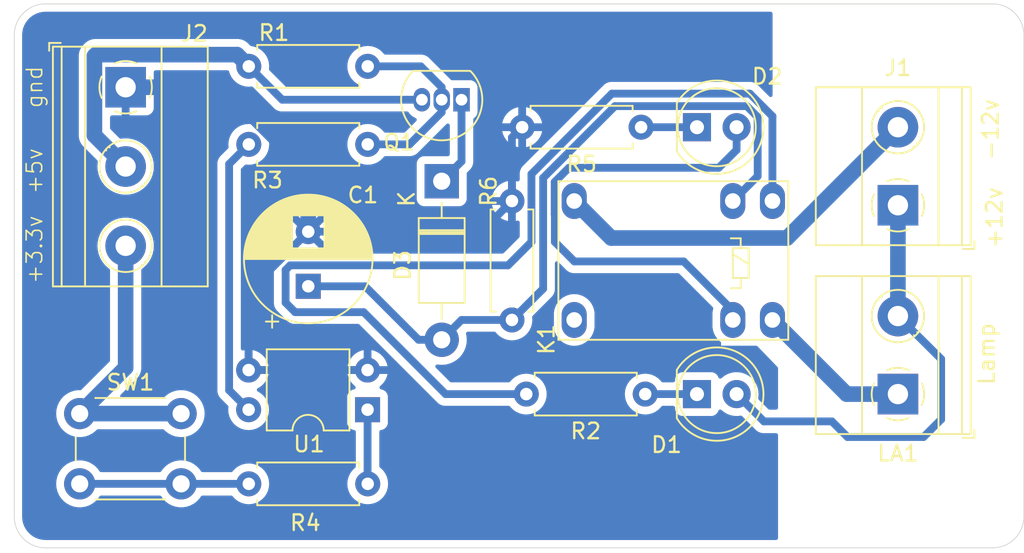
<source format=kicad_pcb>
(kicad_pcb (version 20240108) (generator "pcbnew") (generator_version "8.0")
  (layers (0 "F.Cu" signal) (31 "B.Cu" signal) (34 "B.Paste" user) (35 "F.Paste" user) (36 "B.SilkS" user "B.Silkscreen") (37 "F.SilkS" user "F.Silkscreen") (38 "B.Mask" user) (39 "F.Mask" user) (44 "Edge.Cuts" user))
  (net 0 "")
  (net 1 "GND")
  (net 2 "Net-(D3-A)")
  (net 3 "Net-(D1-K)")
  (net 4 "+12V")
  (net 5 "Net-(D2-A)")
  (net 6 "Net-(D2-K)")
  (net 7 "GNDA")
  (net 8 "+5V")
  (net 9 "+3.3V")
  (net 10 "Net-(LA1--)")
  (net 11 "Net-(K1-Pad7)")
  (net 12 "Net-(Q1-B)")
  (net 13 "Net-(R3-Pad1)")
  (net 14 "Net-(R4-Pad2)")
  (net 15 "Net-(R4-Pad1)")
  (footprint "Resistor_THT:R_Axial_DIN0207_L6.3mm_D2.5mm_P7.62mm_Horizontal" (layer "F.Cu") (at 198.51 51 180)
    (property "Reference" "R1" (at 6.01 2.15 0) (layer "F.SilkS"))
    (property "Value" "1М")
    (fp_line (start 7.08 1.37) (end 7.08 1.04) (stroke (width 0.12)) (layer "F.SilkS"))
    (fp_line (start 7.08 -1.37) (end 7.08 -1.04) (stroke (width 0.12)) (layer "F.SilkS"))
    (fp_line (start 0.54 1.37) (end 7.08 1.37) (stroke (width 0.12)) (layer "F.SilkS"))
    (fp_line (start 0.54 1.04) (end 0.54 1.37) (stroke (width 0.12)) (layer "F.SilkS"))
    (fp_line (start 0.54 -1.04) (end 0.54 -1.37) (stroke (width 0.12)) (layer "F.SilkS"))
    (fp_line (start 0.54 -1.37) (end 7.08 -1.37) (stroke (width 0.12)) (layer "F.SilkS"))
    (pad "1" thru_hole circle (at 0 0 180) (size 1.6 1.6) (drill 0.8) (layers "*.Cu" "*.Mask") (net 12 "Net-(Q1-B)"))
    (pad "2" thru_hole oval (at 7.62 0 180) (size 1.6 1.6) (drill 0.8) (layers "*.Cu" "*.Mask") (net 8 "+5V"))
  )
  (footprint "LED_THT:LED_D5.0mm_Clear" (layer "F.Cu") (at 219.605 72)
    (property "Reference" "D1" (at -1.95 3.25 0) (layer "F.SilkS"))
    (property "Value" "RED")
    (fp_line (start -1.29 -1.545) (end -1.29 1.545) (stroke (width 0.12)) (layer "F.SilkS"))
    (fp_arc (start -1.29 -1.54483) (mid 2.072002 -2.880433) (end 4.26 0.000462) (stroke (width 0.12)) (layer "F.SilkS"))
    (fp_arc (start 4.26 -0.000462) (mid 2.072002 2.880433) (end -1.29 1.54483) (stroke (width 0.12)) (layer "F.SilkS"))
    (fp_circle (center 1.27 0) (end 3.77 0) (stroke (width 0.12)) (fill none) (layer "F.SilkS"))
    (pad "1" thru_hole rect (at 0 0) (size 1.8 1.8) (drill 0.9) (layers "*.Cu" "*.Mask") (net 3 "Net-(D1-K)"))
    (pad "2" thru_hole circle (at 2.54 0) (size 1.8 1.8) (drill 0.9) (layers "*.Cu" "*.Mask") (net 4 "+12V"))
  )
  (footprint "Diode_THT:D_DO-41_SOD81_P10.16mm_Horizontal" (layer "F.Cu") (at 203.25 58.36 -90)
    (property "Reference" "D3" (at 5.39 2.5 90) (layer "F.SilkS"))
    (property "Value" "1N4007")
    (fp_line (start 2.36 1.47) (end 7.8 1.47) (stroke (width 0.12)) (layer "F.SilkS"))
    (fp_line (start 7.8 1.47) (end 7.8 -1.47) (stroke (width 0.12)) (layer "F.SilkS"))
    (fp_line (start 1.34 0) (end 2.36 0) (stroke (width 0.12)) (layer "F.SilkS"))
    (fp_line (start 8.82 0) (end 7.8 0) (stroke (width 0.12)) (layer "F.SilkS"))
    (fp_line (start 2.36 -1.47) (end 2.36 1.47) (stroke (width 0.12)) (layer "F.SilkS"))
    (fp_line (start 3.14 -1.47) (end 3.14 1.47) (stroke (width 0.12)) (layer "F.SilkS"))
    (fp_line (start 3.26 -1.47) (end 3.26 1.47) (stroke (width 0.12)) (layer "F.SilkS"))
    (fp_line (start 3.38 -1.47) (end 3.38 1.47) (stroke (width 0.12)) (layer "F.SilkS"))
    (fp_line (start 7.8 -1.47) (end 2.36 -1.47) (stroke (width 0.12)) (layer "F.SilkS"))
    (fp_text user "K" (at 1.14 2.25 90) (layer "F.SilkS"))
    (pad "1" thru_hole rect (at 0 0 270) (size 2.2 2.2) (drill 1.1) (layers "*.Cu" "*.Mask") (net 5 "Net-(D2-A)"))
    (pad "2" thru_hole oval (at 10.16 0 270) (size 2.2 2.2) (drill 1.1) (layers "*.Cu" "*.Mask") (net 2 "Net-(D3-A)"))
  )
  (footprint "Button_Switch_THT:SW_PUSH_6mm_H5mm" (layer "F.Cu") (at 180.055 73.25)
    (property "Reference" "SW1" (at 3.25 -2 0) (layer "F.SilkS"))
    (property "Value" "SW_Push")
    (fp_line (start -0.25 1.5) (end -0.25 3) (stroke (width 0.12)) (layer "F.SilkS"))
    (fp_line (start 1 5.5) (end 5.5 5.5) (stroke (width 0.12)) (layer "F.SilkS"))
    (fp_line (start 5.5 -1) (end 1 -1) (stroke (width 0.12)) (layer "F.SilkS"))
    (fp_line (start 6.75 3) (end 6.75 1.5) (stroke (width 0.12)) (layer "F.SilkS"))
    (pad "1" thru_hole circle (at 0 0 90) (size 2 2) (drill 1.1) (layers "*.Cu" "*.Mask") (net 9 "+3.3V"))
    (pad "1" thru_hole circle (at 6.5 0 90) (size 2 2) (drill 1.1) (layers "*.Cu" "*.Mask") (net 9 "+3.3V"))
    (pad "2" thru_hole circle (at 0 4.5 90) (size 2 2) (drill 1.1) (layers "*.Cu" "*.Mask") (net 15 "Net-(R4-Pad1)"))
    (pad "2" thru_hole circle (at 6.5 4.5 90) (size 2 2) (drill 1.1) (layers "*.Cu" "*.Mask") (net 15 "Net-(R4-Pad1)"))
  )
  (footprint "Capacitor_THT:CP_Radial_D8.0mm_P3.50mm" (layer "F.Cu") (at 194.7 65.092651 90)
    (property "Reference" "C1" (at 5.842651 3.5 0) (layer "F.SilkS"))
    (property "Value" "16uF")
    (fp_line (start 1.83 -4.08) (end 1.83 4.08) (stroke (width 0.12)) (layer "F.SilkS"))
    (fp_line (start 1.79 -4.08) (end 1.79 4.08) (stroke (width 0.12)) (layer "F.SilkS"))
    (fp_line (start 1.75 -4.08) (end 1.75 4.08) (stroke (width 0.12)) (layer "F.SilkS"))
    (fp_line (start 1.87 -4.079) (end 1.87 4.079) (stroke (width 0.12)) (layer "F.SilkS"))
    (fp_line (start 1.91 -4.077) (end 1.91 4.077) (stroke (width 0.12)) (layer "F.SilkS"))
    (fp_line (start 1.95 -4.076) (end 1.95 4.076) (stroke (width 0.12)) (layer "F.SilkS"))
    (fp_line (start 1.99 -4.074) (end 1.99 4.074) (stroke (width 0.12)) (layer "F.SilkS"))
    (fp_line (start 2.03 -4.071) (end 2.03 4.071) (stroke (width 0.12)) (layer "F.SilkS"))
    (fp_line (start 2.07 -4.068) (end 2.07 4.068) (stroke (width 0.12)) (layer "F.SilkS"))
    (fp_line (start 2.11 -4.065) (end 2.11 4.065) (stroke (width 0.12)) (layer "F.SilkS"))
    (fp_line (start 2.15 -4.061) (end 2.15 4.061) (stroke (width 0.12)) (layer "F.SilkS"))
    (fp_line (start 2.19 -4.057) (end 2.19 4.057) (stroke (width 0.12)) (layer "F.SilkS"))
    (fp_line (start 2.23 -4.052) (end 2.23 4.052) (stroke (width 0.12)) (layer "F.SilkS"))
    (fp_line (start 2.27 -4.048) (end 2.27 4.048) (stroke (width 0.12)) (layer "F.SilkS"))
    (fp_line (start 2.31 -4.042) (end 2.31 4.042) (stroke (width 0.12)) (layer "F.SilkS"))
    (fp_line (start 2.35 -4.037) (end 2.35 4.037) (stroke (width 0.12)) (layer "F.SilkS"))
    (fp_line (start 2.39 -4.03) (end 2.39 4.03) (stroke (width 0.12)) (layer "F.SilkS"))
    (fp_line (start 2.43 -4.024) (end 2.43 4.024) (stroke (width 0.12)) (layer "F.SilkS"))
    (fp_line (start 2.471 -4.017) (end 2.471 -1.04) (stroke (width 0.12)) (layer "F.SilkS"))
    (fp_line (start 2.511 -4.01) (end 2.511 -1.04) (stroke (width 0.12)) (layer "F.SilkS"))
    (fp_line (start 2.551 -4.002) (end 2.551 -1.04) (stroke (width 0.12)) (layer "F.SilkS"))
    (fp_line (start 2.591 -3.994) (end 2.591 -1.04) (stroke (width 0.12)) (layer "F.SilkS"))
    (fp_line (start 2.631 -3.985) (end 2.631 -1.04) (stroke (width 0.12)) (layer "F.SilkS"))
    (fp_line (start 2.671 -3.976) (end 2.671 -1.04) (stroke (width 0.12)) (layer "F.SilkS"))
    (fp_line (start 2.711 -3.967) (end 2.711 -1.04) (stroke (width 0.12)) (layer "F.SilkS"))
    (fp_line (start 2.751 -3.957) (end 2.751 -1.04) (stroke (width 0.12)) (layer "F.SilkS"))
    (fp_line (start 2.791 -3.947) (end 2.791 -1.04) (stroke (width 0.12)) (layer "F.SilkS"))
    (fp_line (start 2.831 -3.936) (end 2.831 -1.04) (stroke (width 0.12)) (layer "F.SilkS"))
    (fp_line (start 2.871 -3.925) (end 2.871 -1.04) (stroke (width 0.12)) (layer "F.SilkS"))
    (fp_line (start 2.911 -3.914) (end 2.911 -1.04) (stroke (width 0.12)) (layer "F.SilkS"))
    (fp_line (start 2.951 -3.902) (end 2.951 -1.04) (stroke (width 0.12)) (layer "F.SilkS"))
    (fp_line (start 2.991 -3.889) (end 2.991 -1.04) (stroke (width 0.12)) (layer "F.SilkS"))
    (fp_line (start 3.031 -3.877) (end 3.031 -1.04) (stroke (width 0.12)) (layer "F.SilkS"))
    (fp_line (start 3.071 -3.863) (end 3.071 -1.04) (stroke (width 0.12)) (layer "F.SilkS"))
    (fp_line (start 3.111 -3.85) (end 3.111 -1.04) (stroke (width 0.12)) (layer "F.SilkS"))
    (fp_line (start 3.151 -3.835) (end 3.151 -1.04) (stroke (width 0.12)) (layer "F.SilkS"))
    (fp_line (start 3.191 -3.821) (end 3.191 -1.04) (stroke (width 0.12)) (layer "F.SilkS"))
    (fp_line (start 3.231 -3.805) (end 3.231 -1.04) (stroke (width 0.12)) (layer "F.SilkS"))
    (fp_line (start 3.271 -3.79) (end 3.271 -1.04) (stroke (width 0.12)) (layer "F.SilkS"))
    (fp_line (start 3.311 -3.774) (end 3.311 -1.04) (stroke (width 0.12)) (layer "F.SilkS"))
    (fp_line (start 3.351 -3.757) (end 3.351 -1.04) (stroke (width 0.12)) (layer "F.SilkS"))
    (fp_line (start 3.391 -3.74) (end 3.391 -1.04) (stroke (width 0.12)) (layer "F.SilkS"))
    (fp_line (start 3.431 -3.722) (end 3.431 -1.04) (stroke (width 0.12)) (layer "F.SilkS"))
    (fp_line (start 3.471 -3.704) (end 3.471 -1.04) (stroke (width 0.12)) (layer "F.SilkS"))
    (fp_line (start 3.511 -3.686) (end 3.511 -1.04) (stroke (width 0.12)) (layer "F.SilkS"))
    (fp_line (start 3.551 -3.666) (end 3.551 -1.04) (stroke (width 0.12)) (layer "F.SilkS"))
    (fp_line (start 3.591 -3.647) (end 3.591 -1.04) (stroke (width 0.12)) (layer "F.SilkS"))
    (fp_line (start 3.631 -3.627) (end 3.631 -1.04) (stroke (width 0.12)) (layer "F.SilkS"))
    (fp_line (start 3.671 -3.606) (end 3.671 -1.04) (stroke (width 0.12)) (layer "F.SilkS"))
    (fp_line (start 3.711 -3.584) (end 3.711 -1.04) (stroke (width 0.12)) (layer "F.SilkS"))
    (fp_line (start 3.751 -3.562) (end 3.751 -1.04) (stroke (width 0.12)) (layer "F.SilkS"))
    (fp_line (start 3.791 -3.54) (end 3.791 -1.04) (stroke (width 0.12)) (layer "F.SilkS"))
    (fp_line (start 3.831 -3.517) (end 3.831 -1.04) (stroke (width 0.12)) (layer "F.SilkS"))
    (fp_line (start 3.871 -3.493) (end 3.871 -1.04) (stroke (width 0.12)) (layer "F.SilkS"))
    (fp_line (start 3.911 -3.469) (end 3.911 -1.04) (stroke (width 0.12)) (layer "F.SilkS"))
    (fp_line (start 3.951 -3.444) (end 3.951 -1.04) (stroke (width 0.12)) (layer "F.SilkS"))
    (fp_line (start 3.991 -3.418) (end 3.991 -1.04) (stroke (width 0.12)) (layer "F.SilkS"))
    (fp_line (start 4.031 -3.392) (end 4.031 -1.04) (stroke (width 0.12)) (layer "F.SilkS"))
    (fp_line (start 4.071 -3.365) (end 4.071 -1.04) (stroke (width 0.12)) (layer "F.SilkS"))
    (fp_line (start 4.111 -3.338) (end 4.111 -1.04) (stroke (width 0.12)) (layer "F.SilkS"))
    (fp_line (start 4.151 -3.309) (end 4.151 -1.04) (stroke (width 0.12)) (layer "F.SilkS"))
    (fp_line (start 4.191 -3.28) (end 4.191 -1.04) (stroke (width 0.12)) (layer "F.SilkS"))
    (fp_line (start 4.231 -3.25) (end 4.231 -1.04) (stroke (width 0.12)) (layer "F.SilkS"))
    (fp_line (start 4.271 -3.22) (end 4.271 -1.04) (stroke (width 0.12)) (layer "F.SilkS"))
    (fp_line (start 4.311 -3.189) (end 4.311 -1.04) (stroke (width 0.12)) (layer "F.SilkS"))
    (fp_line (start 4.351 -3.156) (end 4.351 -1.04) (stroke (width 0.12)) (layer "F.SilkS"))
    (fp_line (start 4.391 -3.124) (end 4.391 -1.04) (stroke (width 0.12)) (layer "F.SilkS"))
    (fp_line (start 4.431 -3.09) (end 4.431 -1.04) (stroke (width 0.12)) (layer "F.SilkS"))
    (fp_line (start 4.471 -3.055) (end 4.471 -1.04) (stroke (width 0.12)) (layer "F.SilkS"))
    (fp_line (start 4.511 -3.019) (end 4.511 -1.04) (stroke (width 0.12)) (layer "F.SilkS"))
    (fp_line (start 4.551 -2.983) (end 4.551 2.983) (stroke (width 0.12)) (layer "F.SilkS"))
    (fp_line (start 4.591 -2.945) (end 4.591 2.945) (stroke (width 0.12)) (layer "F.SilkS"))
    (fp_line (start 4.631 -2.907) (end 4.631 2.907) (stroke (width 0.12)) (layer "F.SilkS"))
    (fp_line (start 4.671 -2.867) (end 4.671 2.867) (stroke (width 0.12)) (layer "F.SilkS"))
    (fp_line (start 4.711 -2.826) (end 4.711 2.826) (stroke (width 0.12)) (layer "F.SilkS"))
    (fp_line (start 4.751 -2.784) (end 4.751 2.784) (stroke (width 0.12)) (layer "F.SilkS"))
    (fp_line (start 4.791 -2.741) (end 4.791 2.741) (stroke (width 0.12)) (layer "F.SilkS"))
    (fp_line (start -2.259698 -2.715) (end -2.259698 -1.915) (stroke (width 0.12)) (layer "F.SilkS"))
    (fp_line (start 4.831 -2.697) (end 4.831 2.697) (stroke (width 0.12)) (layer "F.SilkS"))
    (fp_line (start 4.871 -2.651) (end 4.871 2.651) (stroke (width 0.12)) (layer "F.SilkS"))
    (fp_line (start 4.911 -2.604) (end 4.911 2.604) (stroke (width 0.12)) (layer "F.SilkS"))
    (fp_line (start 4.951 -2.556) (end 4.951 2.556) (stroke (width 0.12)) (layer "F.SilkS"))
    (fp_line (start 4.991 -2.505) (end 4.991 2.505) (stroke (width 0.12)) (layer "F.SilkS"))
    (fp_line (start 5.031 -2.454) (end 5.031 2.454) (stroke (width 0.12)) (layer "F.SilkS"))
    (fp_line (start 5.071 -2.4) (end 5.071 2.4) (stroke (width 0.12)) (layer "F.SilkS"))
    (fp_line (start 5.111 -2.345) (end 5.111 2.345) (stroke (width 0.12)) (layer "F.SilkS"))
    (fp_line (start -2.659698 -2.315) (end -1.859698 -2.315) (stroke (width 0.12)) (layer "F.SilkS"))
    (fp_line (start 5.151 -2.287) (end 5.151 2.287) (stroke (width 0.12)) (layer "F.SilkS"))
    (fp_line (start 5.191 -2.228) (end 5.191 2.228) (stroke (width 0.12)) (layer "F.SilkS"))
    (fp_line (start 5.231 -2.166) (end 5.231 2.166) (stroke (width 0.12)) (layer "F.SilkS"))
    (fp_line (start 5.271 -2.102) (end 5.271 2.102) (stroke (width 0.12)) (layer "F.SilkS"))
    (fp_line (start 5.311 -2.034) (end 5.311 2.034) (stroke (width 0.12)) (layer "F.SilkS"))
    (fp_line (start 5.351 -1.964) (end 5.351 1.964) (stroke (width 0.12)) (layer "F.SilkS"))
    (fp_line (start 5.391 -1.89) (end 5.391 1.89) (stroke (width 0.12)) (layer "F.SilkS"))
    (fp_line (start 5.431 -1.813) (end 5.431 1.813) (stroke (width 0.12)) (layer "F.SilkS"))
    (fp_line (start 5.471 -1.731) (end 5.471 1.731) (stroke (width 0.12)) (layer "F.SilkS"))
    (fp_line (start 5.511 -1.645) (end 5.511 1.645) (stroke (width 0.12)) (layer "F.SilkS"))
    (fp_line (start 5.551 -1.552) (end 5.551 1.552) (stroke (width 0.12)) (layer "F.SilkS"))
    (fp_line (start 5.591 -1.453) (end 5.591 1.453) (stroke (width 0.12)) (layer "F.SilkS"))
    (fp_line (start 5.631 -1.346) (end 5.631 1.346) (stroke (width 0.12)) (layer "F.SilkS"))
    (fp_line (start 5.671 -1.229) (end 5.671 1.229) (stroke (width 0.12)) (layer "F.SilkS"))
    (fp_line (start 5.711 -1.098) (end 5.711 1.098) (stroke (width 0.12)) (layer "F.SilkS"))
    (fp_line (start 5.751 -0.948) (end 5.751 0.948) (stroke (width 0.12)) (layer "F.SilkS"))
    (fp_line (start 5.791 -0.768) (end 5.791 0.768) (stroke (width 0.12)) (layer "F.SilkS"))
    (fp_line (start 5.831 -0.533) (end 5.831 0.533) (stroke (width 0.12)) (layer "F.SilkS"))
    (fp_line (start 4.511 1.04) (end 4.511 3.019) (stroke (width 0.12)) (layer "F.SilkS"))
    (fp_line (start 4.471 1.04) (end 4.471 3.055) (stroke (width 0.12)) (layer "F.SilkS"))
    (fp_line (start 4.431 1.04) (end 4.431 3.09) (stroke (width 0.12)) (layer "F.SilkS"))
    (fp_line (start 4.391 1.04) (end 4.391 3.124) (stroke (width 0.12)) (layer "F.SilkS"))
    (fp_line (start 4.351 1.04) (end 4.351 3.156) (stroke (width 0.12)) (layer "F.SilkS"))
    (fp_line (start 4.311 1.04) (end 4.311 3.189) (stroke (width 0.12)) (layer "F.SilkS"))
    (fp_line (start 4.271 1.04) (end 4.271 3.22) (stroke (width 0.12)) (layer "F.SilkS"))
    (fp_line (start 4.231 1.04) (end 4.231 3.25) (stroke (width 0.12)) (layer "F.SilkS"))
    (fp_line (start 4.191 1.04) (end 4.191 3.28) (stroke (width 0.12)) (layer "F.SilkS"))
    (fp_line (start 4.151 1.04) (end 4.151 3.309) (stroke (width 0.12)) (layer "F.SilkS"))
    (fp_line (start 4.111 1.04) (end 4.111 3.338) (stroke (width 0.12)) (layer "F.SilkS"))
    (fp_line (start 4.071 1.04) (end 4.071 3.365) (stroke (width 0.12)) (layer "F.SilkS"))
    (fp_line (start 4.031 1.04) (end 4.031 3.392) (stroke (width 0.12)) (layer "F.SilkS"))
    (fp_line (start 3.991 1.04) (end 3.991 3.418) (stroke (width 0.12)) (layer "F.SilkS"))
    (fp_line (start 3.951 1.04) (end 3.951 3.444) (stroke (width 0.12)) (layer "F.SilkS"))
    (fp_line (start 3.911 1.04) (end 3.911 3.469) (stroke (width 0.12)) (layer "F.SilkS"))
    (fp_line (start 3.871 1.04) (end 3.871 3.493) (stroke (width 0.12)) (layer "F.SilkS"))
    (fp_line (start 3.831 1.04) (end 3.831 3.517) (stroke (width 0.12)) (layer "F.SilkS"))
    (fp_line (start 3.791 1.04) (end 3.791 3.54) (stroke (width 0.12)) (layer "F.SilkS"))
    (fp_line (start 3.751 1.04) (end 3.751 3.562) (stroke (width 0.12)) (layer "F.SilkS"))
    (fp_line (start 3.711 1.04) (end 3.711 3.584) (stroke (width 0.12)) (layer "F.SilkS"))
    (fp_line (start 3.671 1.04) (end 3.671 3.606) (stroke (width 0.12)) (layer "F.SilkS"))
    (fp_line (start 3.631 1.04) (end 3.631 3.627) (stroke (width 0.12)) (layer "F.SilkS"))
    (fp_line (start 3.591 1.04) (end 3.591 3.647) (stroke (width 0.12)) (layer "F.SilkS"))
    (fp_line (start 3.551 1.04) (end 3.551 3.666) (stroke (width 0.12)) (layer "F.SilkS"))
    (fp_line (start 3.511 1.04) (end 3.511 3.686) (stroke (width 0.12)) (layer "F.SilkS"))
    (fp_line (start 3.471 1.04) (end 3.471 3.704) (stroke (width 0.12)) (layer "F.SilkS"))
    (fp_line (start 3.431 1.04) (end 3.431 3.722) (stroke (width 0.12)) (layer "F.SilkS"))
    (fp_line (start 3.391 1.04) (end 3.391 3.74) (stroke (width 0.12)) (layer "F.SilkS"))
    (fp_line (start 3.351 1.04) (end 3.351 3.757) (stroke (width 0.12)) (layer "F.SilkS"))
    (fp_line (start 3.311 1.04) (end 3.311 3.774) (stroke (width 0.12)) (layer "F.SilkS"))
    (fp_line (start 3.271 1.04) (end 3.271 3.79) (stroke (width 0.12)) (layer "F.SilkS"))
    (fp_line (start 3.231 1.04) (end 3.231 3.805) (stroke (width 0.12)) (layer "F.SilkS"))
    (fp_line (start 3.191 1.04) (end 3.191 3.821) (stroke (width 0.12)) (layer "F.SilkS"))
    (fp_line (start 3.151 1.04) (end 3.151 3.835) (stroke (width 0.12)) (layer "F.SilkS"))
    (fp_line (start 3.111 1.04) (end 3.111 3.85) (stroke (width 0.12)) (layer "F.SilkS"))
    (fp_line (start 3.071 1.04) (end 3.071 3.863) (stroke (width 0.12)) (layer "F.SilkS"))
    (fp_line (start 3.031 1.04) (end 3.031 3.877) (stroke (width 0.12)) (layer "F.SilkS"))
    (fp_line (start 2.991 1.04) (end 2.991 3.889) (stroke (width 0.12)) (layer "F.SilkS"))
    (fp_line (start 2.951 1.04) (end 2.951 3.902) (stroke (width 0.12)) (layer "F.SilkS"))
    (fp_line (start 2.911 1.04) (end 2.911 3.914) (stroke (width 0.12)) (layer "F.SilkS"))
    (fp_line (start 2.871 1.04) (end 2.871 3.925) (stroke (width 0.12)) (layer "F.SilkS"))
    (fp_line (start 2.831 1.04) (end 2.831 3.936) (stroke (width 0.12)) (layer "F.SilkS"))
    (fp_line (start 2.791 1.04) (end 2.791 3.947) (stroke (width 0.12)) (layer "F.SilkS"))
    (fp_line (start 2.751 1.04) (end 2.751 3.957) (stroke (width 0.12)) (layer "F.SilkS"))
    (fp_line (start 2.711 1.04) (end 2.711 3.967) (stroke (width 0.12)) (layer "F.SilkS"))
    (fp_line (start 2.671 1.04) (end 2.671 3.976) (stroke (width 0.12)) (layer "F.SilkS"))
    (fp_line (start 2.631 1.04) (end 2.631 3.985) (stroke (width 0.12)) (layer "F.SilkS"))
    (fp_line (start 2.591 1.04) (end 2.591 3.994) (stroke (width 0.12)) (layer "F.SilkS"))
    (fp_line (start 2.551 1.04) (end 2.551 4.002) (stroke (width 0.12)) (layer "F.SilkS"))
    (fp_line (start 2.511 1.04) (end 2.511 4.01) (stroke (width 0.12)) (layer "F.SilkS"))
    (fp_line (start 2.471 1.04) (end 2.471 4.017) (stroke (width 0.12)) (layer "F.SilkS"))
    (fp_circle (center 1.75 0) (end 5.87 0) (stroke (width 0.12)) (fill none) (layer "F.SilkS"))
    (pad "1" thru_hole rect (at 0 0 90) (size 1.6 1.6) (drill 0.8) (layers "*.Cu" "*.Mask") (net 2 "Net-(D3-A)"))
    (pad "2" thru_hole circle (at 3.5 0 90) (size 1.6 1.6) (drill 0.8) (layers "*.Cu" "*.Mask") (net 1 "GND"))
  )
  (footprint "Package_TO_SOT_THT:TO-92_Inline" (layer "F.Cu") (at 204.52 53.14 180)
    (property "Reference" "Q1" (at 4 -2.73 0) (layer "F.SilkS"))
    (property "Value" "BC327")
    (fp_line (start -0.53 1.85) (end 3.07 1.85) (stroke (width 0.12)) (layer "F.SilkS"))
    (fp_arc (start 1.27 -2.6) (mid 3.672087 -0.994977) (end 3.108478 1.838478) (stroke (width 0.12)) (layer "F.SilkS"))
    (fp_arc (start -0.568478 1.838478) (mid -1.132087 -0.994977) (end 1.27 -2.6) (stroke (width 0.12)) (layer "F.SilkS"))
    (pad "1" thru_hole rect (at 0 0 180) (size 1.05 1.5) (drill 0.75) (layers "*.Cu" "*.Mask") (net 5 "Net-(D2-A)"))
    (pad "2" thru_hole oval (at 1.27 0 180) (size 1.05 1.5) (drill 0.75) (layers "*.Cu" "*.Mask") (net 12 "Net-(Q1-B)"))
    (pad "3" thru_hole oval (at 2.54 0 180) (size 1.05 1.5) (drill 0.75) (layers "*.Cu" "*.Mask") (net 8 "+5V"))
  )
  (footprint "TerminalBlock_Phoenix:TerminalBlock_Phoenix_MKDS-1,5-2_1x02_P5.00mm_Horizontal" (layer "F.Cu") (at 232.48 59.9 90)
    (property "Reference" "J1" (at 8.8 0 0) (layer "F.SilkS"))
    (property "Value" "Power_High")
    (fp_line (start 7.56 -5.261) (end 7.56 4.66) (stroke (width 0.12)) (layer "F.SilkS"))
    (fp_line (start -2.56 -5.261) (end 7.56 -5.261) (stroke (width 0.12)) (layer "F.SilkS"))
    (fp_line (start -2.56 -5.261) (end -2.56 4.66) (stroke (width 0.12)) (layer "F.SilkS"))
    (fp_line (start -2.56 -2.301) (end 7.56 -2.301) (stroke (width 0.12)) (layer "F.SilkS"))
    (fp_line (start 6.07 -1.275) (end 6.035 -1.239) (stroke (width 0.12)) (layer "F.SilkS"))
    (fp_line (start 6.275 -1.069) (end 6.228 -1.023) (stroke (width 0.12)) (layer "F.SilkS"))
    (fp_line (start 3.773 1.023) (end 3.726 1.069) (stroke (width 0.12)) (layer "F.SilkS"))
    (fp_line (start 3.966 1.239) (end 3.931 1.274) (stroke (width 0.12)) (layer "F.SilkS"))
    (fp_line (start -2.56 2.6) (end 7.56 2.6) (stroke (width 0.12)) (layer "F.SilkS"))
    (fp_line (start -2.56 4.1) (end 7.56 4.1) (stroke (width 0.12)) (layer "F.SilkS"))
    (fp_line (start -2.8 4.16) (end -2.8 4.9) (stroke (width 0.12)) (layer "F.SilkS"))
    (fp_line (start -2.56 4.66) (end 7.56 4.66) (stroke (width 0.12)) (layer "F.SilkS"))
    (fp_line (start -2.8 4.9) (end -2.3 4.9) (stroke (width 0.12)) (layer "F.SilkS"))
    (fp_arc (start -0.683042 -1.535427) (mid 0.000524 -1.680501) (end 0.684 -1.535) (stroke (width 0.12)) (layer "F.SilkS"))
    (fp_arc (start 1.535427 -0.683042) (mid 1.680501 0.000524) (end 1.535 0.684) (stroke (width 0.12)) (layer "F.SilkS"))
    (fp_arc (start -1.535427 0.683042) (mid -1.680501 -0.000524) (end -1.535 -0.684) (stroke (width 0.12)) (layer "F.SilkS"))
    (fp_arc (start 0.683318 1.534756) (mid 0.349292 1.643288) (end 0 1.68) (stroke (width 0.12)) (layer "F.SilkS"))
    (fp_arc (start 0.028805 1.680253) (mid -0.335551 1.646659) (end -0.684 1.535) (stroke (width 0.12)) (layer "F.SilkS"))
    (fp_circle (center 5 0) (end 6.68 0) (stroke (width 0.12)) (fill none) (layer "F.SilkS"))
    (pad "1" thru_hole rect (at 0 0 90) (size 2.6 2.6) (drill 1.3) (layers "*.Cu" "*.Mask") (net 4 "+12V"))
    (pad "2" thru_hole circle (at 5 0 90) (size 2.6 2.6) (drill 1.3) (layers "*.Cu" "*.Mask") (net 7 "GNDA"))
  )
  (footprint "LED_THT:LED_D5.0mm_Clear" (layer "F.Cu") (at 219.605 54.9)
    (property "Reference" "D2" (at 4.5 -3.25 0) (layer "F.SilkS"))
    (property "Value" "GREEN")
    (fp_line (start -1.29 -1.545) (end -1.29 1.545) (stroke (width 0.12)) (layer "F.SilkS"))
    (fp_arc (start -1.29 -1.54483) (mid 2.072002 -2.880433) (end 4.26 0.000462) (stroke (width 0.12)) (layer "F.SilkS"))
    (fp_arc (start 4.26 -0.000462) (mid 2.072002 2.880433) (end -1.29 1.54483) (stroke (width 0.12)) (layer "F.SilkS"))
    (fp_circle (center 1.27 0) (end 3.77 0) (stroke (width 0.12)) (fill none) (layer "F.SilkS"))
    (pad "1" thru_hole rect (at 0 0) (size 1.8 1.8) (drill 0.9) (layers "*.Cu" "*.Mask") (net 6 "Net-(D2-K)"))
    (pad "2" thru_hole circle (at 2.54 0) (size 1.8 1.8) (drill 0.9) (layers "*.Cu" "*.Mask") (net 5 "Net-(D2-A)"))
  )
  (footprint "Resistor_THT:R_Axial_DIN0207_L6.3mm_D2.5mm_P7.62mm_Horizontal" (layer "F.Cu") (at 207.75 67.25 90)
    (property "Reference" "R6" (at 8.25 -1.5 90) (layer "F.SilkS"))
    (property "Value" "470R")
    (fp_line (start 7.08 -1.37) (end 7.08 -1.04) (stroke (width 0.12)) (layer "F.SilkS"))
    (fp_line (start 0.54 -1.37) (end 7.08 -1.37) (stroke (width 0.12)) (layer "F.SilkS"))
    (fp_line (start 0.54 -1.04) (end 0.54 -1.37) (stroke (width 0.12)) (layer "F.SilkS"))
    (fp_line (start 0.54 1.04) (end 0.54 1.37) (stroke (width 0.12)) (layer "F.SilkS"))
    (fp_line (start 7.08 1.37) (end 7.08 1.04) (stroke (width 0.12)) (layer "F.SilkS"))
    (fp_line (start 0.54 1.37) (end 7.08 1.37) (stroke (width 0.12)) (layer "F.SilkS"))
    (pad "1" thru_hole circle (at 0 0 90) (size 1.6 1.6) (drill 0.8) (layers "*.Cu" "*.Mask") (net 2 "Net-(D3-A)"))
    (pad "2" thru_hole oval (at 7.62 0 90) (size 1.6 1.6) (drill 0.8) (layers "*.Cu" "*.Mask") (net 1 "GND"))
  )
  (footprint "Resistor_THT:R_Axial_DIN0207_L6.3mm_D2.5mm_P7.62mm_Horizontal" (layer "F.Cu") (at 216.29 72 180)
    (property "Reference" "R2" (at 3.81 -2.37 0) (layer "F.SilkS"))
    (property "Value" "500R")
    (fp_line (start 7.08 1.37) (end 7.08 1.04) (stroke (width 0.12)) (layer "F.SilkS"))
    (fp_line (start 7.08 -1.37) (end 7.08 -1.04) (stroke (width 0.12)) (layer "F.SilkS"))
    (fp_line (start 0.54 1.37) (end 7.08 1.37) (stroke (width 0.12)) (layer "F.SilkS"))
    (fp_line (start 0.54 1.04) (end 0.54 1.37) (stroke (width 0.12)) (layer "F.SilkS"))
    (fp_line (start 0.54 -1.04) (end 0.54 -1.37) (stroke (width 0.12)) (layer "F.SilkS"))
    (fp_line (start 0.54 -1.37) (end 7.08 -1.37) (stroke (width 0.12)) (layer "F.SilkS"))
    (pad "1" thru_hole circle (at 0 0 180) (size 1.6 1.6) (drill 0.8) (layers "*.Cu" "*.Mask") (net 3 "Net-(D1-K)"))
    (pad "2" thru_hole oval (at 7.62 0 180) (size 1.6 1.6) (drill 0.8) (layers "*.Cu" "*.Mask") (net 11 "Net-(K1-Pad7)"))
  )
  (footprint "Package_DIP:DIP-4_W7.62mm" (layer "F.Cu") (at 198.5 73 180)
    (property "Reference" "U1" (at 3.75 -2.21 0) (layer "F.SilkS"))
    (property "Value" "PC817")
    (fp_line (start 6.46 3.87) (end 6.46 -1.33) (stroke (width 0.12)) (layer "F.SilkS"))
    (fp_line (start 6.46 -1.33) (end 4.81 -1.33) (stroke (width 0.12)) (layer "F.SilkS"))
    (fp_line (start 2.81 -1.33) (end 1.16 -1.33) (stroke (width 0.12)) (layer "F.SilkS"))
    (fp_line (start 1.16 3.87) (end 6.46 3.87) (stroke (width 0.12)) (layer "F.SilkS"))
    (fp_line (start 1.16 -1.33) (end 1.16 3.87) (stroke (width 0.12)) (layer "F.SilkS"))
    (fp_arc (start 4.81 -1.33) (mid 3.81 -0.33) (end 2.81 -1.33) (stroke (width 0.12)) (layer "F.SilkS"))
    (pad "1" thru_hole rect (at 0 0 180) (size 1.6 1.6) (drill 0.8) (layers "*.Cu" "*.Mask") (net 14 "Net-(R4-Pad2)"))
    (pad "2" thru_hole oval (at 0 2.54 180) (size 1.6 1.6) (drill 0.8) (layers "*.Cu" "*.Mask") (net 1 "GND"))
    (pad "3" thru_hole oval (at 7.62 2.54 180) (size 1.6 1.6) (drill 0.8) (layers "*.Cu" "*.Mask") (net 1 "GND"))
    (pad "4" thru_hole oval (at 7.62 0 180) (size 1.6 1.6) (drill 0.8) (layers "*.Cu" "*.Mask") (net 13 "Net-(R3-Pad1)"))
  )
  (footprint "Resistor_THT:R_Axial_DIN0207_L6.3mm_D2.5mm_P7.62mm_Horizontal" (layer "F.Cu") (at 190.89 56)
    (property "Reference" "R3" (at 1.2 2.3 0) (layer "F.SilkS"))
    (property "Value" "7k")
    (fp_line (start 0.54 -1.37) (end 7.08 -1.37) (stroke (width 0.12)) (layer "F.SilkS"))
    (fp_line (start 0.54 -1.04) (end 0.54 -1.37) (stroke (width 0.12)) (layer "F.SilkS"))
    (fp_line (start 0.54 1.04) (end 0.54 1.37) (stroke (width 0.12)) (layer "F.SilkS"))
    (fp_line (start 0.54 1.37) (end 7.08 1.37) (stroke (width 0.12)) (layer "F.SilkS"))
    (fp_line (start 7.08 -1.37) (end 7.08 -1.04) (stroke (width 0.12)) (layer "F.SilkS"))
    (fp_line (start 7.08 1.37) (end 7.08 1.04) (stroke (width 0.12)) (layer "F.SilkS"))
    (pad "1" thru_hole circle (at 0 0) (size 1.6 1.6) (drill 0.8) (layers "*.Cu" "*.Mask") (net 13 "Net-(R3-Pad1)"))
    (pad "2" thru_hole oval (at 7.62 0) (size 1.6 1.6) (drill 0.8) (layers "*.Cu" "*.Mask") (net 12 "Net-(Q1-B)"))
  )
  (footprint "Relay_THT:Relay_SPDT_HJR-4102" (layer "F.Cu") (at 211.74 67.25 90)
    (property "Reference" "K1" (at -1.25 -1.778 90) (layer "F.SilkS"))
    (property "Value" "TIANBO-HJR-4102-L")
    (fp_line (start 8.89 -1.016) (end 8.89 13.716) (stroke (width 0.12)) (layer "F.SilkS"))
    (fp_line (start -1.27 -1.016) (end 8.89 -1.016) (stroke (width 0.12)) (layer "F.SilkS"))
    (fp_line (start 5.232 10.033) (end 5.232 10.668) (stroke (width 0.12)) (layer "F.SilkS"))
    (fp_line (start 2.032 10.033) (end 2.032 10.668) (stroke (width 0.12)) (layer "F.SilkS"))
    (fp_line (start 4.597 10.16) (end 2.692 10.16) (stroke (width 0.12)) (layer "F.SilkS"))
    (fp_line (start 4.597 10.16) (end 4.597 11.176) (stroke (width 0.12)) (layer "F.SilkS"))
    (fp_line (start 4.216 10.16) (end 3.581 11.176) (stroke (width 0.12)) (layer "F.SilkS"))
    (fp_line (start 2.692 10.16) (end 2.692 11.176) (stroke (width 0.12)) (layer "F.SilkS"))
    (fp_line (start 5.232 10.668) (end 4.597 10.668) (stroke (width 0.12)) (layer "F.SilkS"))
    (fp_line (start 2.032 10.668) (end 2.692 10.668) (stroke (width 0.12)) (layer "F.SilkS"))
    (fp_line (start 2.692 11.176) (end 4.597 11.176) (stroke (width 0.12)) (layer "F.SilkS"))
    (fp_line (start 8.89 13.716) (end -1.27 13.716) (stroke (width 0.12)) (layer "F.SilkS"))
    (fp_line (start -1.27 13.716) (end -1.27 -1.016) (stroke (width 0.12)) (layer "F.SilkS"))
    (pad "1" thru_hole oval (at 0 0 90) (size 2.3 1.6) (drill 1) (layers "*.Cu" "*.Mask"))
    (pad "5" thru_hole oval (at 0 10.16 90) (size 2.3 1.6) (drill 1) (layers "*.Cu" "*.Mask") (net 5 "Net-(D2-A)"))
    (pad "6" thru_hole oval (at 0 12.7 90) (size 2.3 1.6) (drill 1) (layers "*.Cu" "*.Mask") (net 10 "Net-(LA1--)"))
    (pad "7" thru_hole oval (at 7.62 12.7 90) (size 2.3 1.6) (drill 1) (layers "*.Cu" "*.Mask") (net 11 "Net-(K1-Pad7)"))
    (pad "8" thru_hole oval (at 7.62 10.16 90) (size 2.3 1.6) (drill 1) (layers "*.Cu" "*.Mask") (net 2 "Net-(D3-A)"))
    (pad "12" thru_hole oval (at 7.62 0 90) (size 2.3 1.6) (drill 1) (layers "*.Cu" "*.Mask") (net 7 "GNDA"))
  )
  (footprint "Resistor_THT:R_Axial_DIN0207_L6.3mm_D2.5mm_P7.62mm_Horizontal" (layer "F.Cu") (at 190.89 77.75)
    (property "Reference" "R4" (at 3.62 2.5 0) (layer "F.SilkS"))
    (property "Value" "100R")
    (fp_line (start 0.54 -1.37) (end 7.08 -1.37) (stroke (width 0.12)) (layer "F.SilkS"))
    (fp_line (start 0.54 -1.04) (end 0.54 -1.37) (stroke (width 0.12)) (layer "F.SilkS"))
    (fp_line (start 0.54 1.04) (end 0.54 1.37) (stroke (width 0.12)) (layer "F.SilkS"))
    (fp_line (start 0.54 1.37) (end 7.08 1.37) (stroke (width 0.12)) (layer "F.SilkS"))
    (fp_line (start 7.08 -1.37) (end 7.08 -1.04) (stroke (width 0.12)) (layer "F.SilkS"))
    (fp_line (start 7.08 1.37) (end 7.08 1.04) (stroke (width 0.12)) (layer "F.SilkS"))
    (pad "1" thru_hole circle (at 0 0) (size 1.6 1.6) (drill 0.8) (layers "*.Cu" "*.Mask") (net 15 "Net-(R4-Pad1)"))
    (pad "2" thru_hole oval (at 7.62 0) (size 1.6 1.6) (drill 0.8) (layers "*.Cu" "*.Mask") (net 14 "Net-(R4-Pad2)"))
  )
  (footprint "TerminalBlock_Phoenix:TerminalBlock_Phoenix_MKDS-1,5-2_1x02_P5.00mm_Horizontal" (layer "F.Cu") (at 232.48 72 90)
    (property "Reference" "LA1" (at -3.8 0 0) (layer "F.SilkS"))
    (property "Value" "Lamp")
    (fp_line (start 7.56 -5.261) (end 7.56 4.66) (stroke (width 0.12)) (layer "F.SilkS"))
    (fp_line (start -2.56 -5.261) (end 7.56 -5.261) (stroke (width 0.12)) (layer "F.SilkS"))
    (fp_line (start -2.56 -5.261) (end -2.56 4.66) (stroke (width 0.12)) (layer "F.SilkS"))
    (fp_line (start -2.56 -2.301) (end 7.56 -2.301) (stroke (width 0.12)) (layer "F.SilkS"))
    (fp_line (start 6.07 -1.275) (end 6.035 -1.239) (stroke (width 0.12)) (layer "F.SilkS"))
    (fp_line (start 6.275 -1.069) (end 6.228 -1.023) (stroke (width 0.12)) (layer "F.SilkS"))
    (fp_line (start 3.773 1.023) (end 3.726 1.069) (stroke (width 0.12)) (layer "F.SilkS"))
    (fp_line (start 3.966 1.239) (end 3.931 1.274) (stroke (width 0.12)) (layer "F.SilkS"))
    (fp_line (start -2.56 2.6) (end 7.56 2.6) (stroke (width 0.12)) (layer "F.SilkS"))
    (fp_line (start -2.56 4.1) (end 7.56 4.1) (stroke (width 0.12)) (layer "F.SilkS"))
    (fp_line (start -2.8 4.16) (end -2.8 4.9) (stroke (width 0.12)) (layer "F.SilkS"))
    (fp_line (start -2.56 4.66) (end 7.56 4.66) (stroke (width 0.12)) (layer "F.SilkS"))
    (fp_line (start -2.8 4.9) (end -2.3 4.9) (stroke (width 0.12)) (layer "F.SilkS"))
    (fp_arc (start -0.683042 -1.535427) (mid 0.000524 -1.680501) (end 0.684 -1.535) (stroke (width 0.12)) (layer "F.SilkS"))
    (fp_arc (start 1.535427 -0.683042) (mid 1.680501 0.000524) (end 1.535 0.684) (stroke (width 0.12)) (layer "F.SilkS"))
    (fp_arc (start -1.535427 0.683042) (mid -1.680501 -0.000524) (end -1.535 -0.684) (stroke (width 0.12)) (layer "F.SilkS"))
    (fp_arc (start 0.683318 1.534756) (mid 0.349292 1.643288) (end 0 1.68) (stroke (width 0.12)) (layer "F.SilkS"))
    (fp_arc (start 0.028805 1.680253) (mid -0.335551 1.646659) (end -0.684 1.535) (stroke (width 0.12)) (layer "F.SilkS"))
    (fp_circle (center 5 0) (end 6.68 0) (stroke (width 0.12)) (fill none) (layer "F.SilkS"))
    (pad "1" thru_hole rect (at 0 0 90) (size 2.6 2.6) (drill 1.3) (layers "*.Cu" "*.Mask") (net 10 "Net-(LA1--)"))
    (pad "2" thru_hole circle (at 5 0 90) (size 2.6 2.6) (drill 1.3) (layers "*.Cu" "*.Mask") (net 4 "+12V"))
  )
  (footprint "TerminalBlock_Phoenix:TerminalBlock_Phoenix_MKDS-1,5-3-5.08_1x03_P5.08mm_Horizontal" (layer "F.Cu") (at 183 52.34 -90)
    (property "Reference" "J2" (at -3.44 -4.4 0) (layer "F.SilkS"))
    (property "Value" "Power_In")
    (fp_line (start -2.84 4.9) (end -2.34 4.9) (stroke (width 0.12)) (layer "F.SilkS"))
    (fp_line (start -2.6 4.66) (end 12.76 4.66) (stroke (width 0.12)) (layer "F.SilkS"))
    (fp_line (start -2.84 4.16) (end -2.84 4.9) (stroke (width 0.12)) (layer "F.SilkS"))
    (fp_line (start -2.6 4.1) (end 12.76 4.1) (stroke (width 0.12)) (layer "F.SilkS"))
    (fp_line (start -2.6 2.6) (end 12.76 2.6) (stroke (width 0.12)) (layer "F.SilkS"))
    (fp_line (start 4.046 1.239) (end 4.011 1.274) (stroke (width 0.12)) (layer "F.SilkS"))
    (fp_line (start 9.126 1.239) (end 9.091 1.274) (stroke (width 0.12)) (layer "F.SilkS"))
    (fp_line (start 3.853 1.023) (end 3.806 1.069) (stroke (width 0.12)) (layer "F.SilkS"))
    (fp_line (start 8.933 1.023) (end 8.886 1.069) (stroke (width 0.12)) (layer "F.SilkS"))
    (fp_line (start 6.355 -1.069) (end 6.308 -1.023) (stroke (width 0.12)) (layer "F.SilkS"))
    (fp_line (start 11.435 -1.069) (end 11.388 -1.023) (stroke (width 0.12)) (layer "F.SilkS"))
    (fp_line (start 6.15 -1.275) (end 6.115 -1.239) (stroke (width 0.12)) (layer "F.SilkS"))
    (fp_line (start 11.23 -1.275) (end 11.195 -1.239) (stroke (width 0.12)) (layer "F.SilkS"))
    (fp_line (start -2.6 -2.301) (end 12.76 -2.301) (stroke (width 0.12)) (layer "F.SilkS"))
    (fp_line (start -2.6 -5.261) (end -2.6 4.66) (stroke (width 0.12)) (layer "F.SilkS"))
    (fp_line (start -2.6 -5.261) (end 12.76 -5.261) (stroke (width 0.12)) (layer "F.SilkS"))
    (fp_line (start 12.76 -5.261) (end 12.76 4.66) (stroke (width 0.12)) (layer "F.SilkS"))
    (fp_arc (start 0.028805 1.680253) (mid -0.335551 1.646659) (end -0.684 1.535) (stroke (width 0.12)) (layer "F.SilkS"))
    (fp_arc (start 0.683318 1.534756) (mid 0.349292 1.643288) (end 0 1.68) (stroke (width 0.12)) (layer "F.SilkS"))
    (fp_arc (start -1.535427 0.683042) (mid -1.680501 -0.000524) (end -1.535 -0.684) (stroke (width 0.12)) (layer "F.SilkS"))
    (fp_arc (start 1.535427 -0.683042) (mid 1.680501 0.000524) (end 1.535 0.684) (stroke (width 0.12)) (layer "F.SilkS"))
    (fp_arc (start -0.683042 -1.535427) (mid 0.000524 -1.680501) (end 0.684 -1.535) (stroke (width 0.12)) (layer "F.SilkS"))
    (fp_circle (center 5.08 0) (end 6.76 0) (stroke (width 0.12)) (fill none) (layer "F.SilkS"))
    (fp_circle (center 10.16 0) (end 11.84 0) (stroke (width 0.12)) (fill none) (layer "F.SilkS"))
    (pad "1" thru_hole rect (at 0 0 270) (size 2.6 2.6) (drill 1.3) (layers "*.Cu" "*.Mask") (net 1 "GND"))
    (pad "2" thru_hole circle (at 5.08 0 270) (size 2.6 2.6) (drill 1.3) (layers "*.Cu" "*.Mask") (net 8 "+5V"))
    (pad "3" thru_hole circle (at 10.16 0 270) (size 2.6 2.6) (drill 1.3) (layers "*.Cu" "*.Mask") (net 9 "+3.3V"))
  )
  (footprint "Resistor_THT:R_Axial_DIN0207_L6.3mm_D2.5mm_P7.62mm_Horizontal" (layer "F.Cu") (at 216.025 54.9 180)
    (property "Reference" "R5" (at 3.81 -2.37 0) (layer "F.SilkS"))
    (property "Value" "200R")
    (fp_line (start 7.08 1.37) (end 7.08 1.04) (stroke (width 0.12)) (layer "F.SilkS"))
    (fp_line (start 7.08 -1.37) (end 7.08 -1.04) (stroke (width 0.12)) (layer "F.SilkS"))
    (fp_line (start 0.54 1.37) (end 7.08 1.37) (stroke (width 0.12)) (layer "F.SilkS"))
    (fp_line (start 0.54 1.04) (end 0.54 1.37) (stroke (width 0.12)) (layer "F.SilkS"))
    (fp_line (start 0.54 -1.04) (end 0.54 -1.37) (stroke (width 0.12)) (layer "F.SilkS"))
    (fp_line (start 0.54 -1.37) (end 7.08 -1.37) (stroke (width 0.12)) (layer "F.SilkS"))
    (pad "1" thru_hole circle (at 0 0 180) (size 1.6 1.6) (drill 0.8) (layers "*.Cu" "*.Mask") (net 6 "Net-(D2-K)"))
    (pad "2" thru_hole oval (at 7.62 0 180) (size 1.6 1.6) (drill 0.8) (layers "*.Cu" "*.Mask") (net 1 "GND"))
  )
  (gr_line (start 175.865 79.85) (end 175.865 49) (stroke (width 0.05)) (layer "Edge.Cuts"))
  (gr_line (start 238.55 81.85) (end 177.865 81.85) (stroke (width 0.05)) (layer "Edge.Cuts"))
  (gr_arc (start 177.865 81.85) (mid 176.450786 81.264214) (end 175.865 79.85) (stroke (width 0.05)) (layer "Edge.Cuts"))
  (gr_arc (start 175.865 49) (mid 176.450786 47.585786) (end 177.865 47) (stroke (width 0.05)) (layer "Edge.Cuts"))
  (gr_line (start 240.55 49) (end 240.55 79.85) (stroke (width 0.05)) (layer "Edge.Cuts"))
  (gr_arc (start 240.55 79.85) (mid 239.964214 81.264214) (end 238.55 81.85) (stroke (width 0.05)) (layer "Edge.Cuts"))
  (gr_line (start 177.865 47) (end 238.55 47) (stroke (width 0.05)) (layer "Edge.Cuts"))
  (gr_arc (start 238.55 47) (mid 239.964214 47.585786) (end 240.55 49) (stroke (width 0.05)) (layer "Edge.Cuts"))
  (gr_text "+12v" (at 239.25 62.75 90) (layer "F.SilkS") (effects (font (size 1 1)) (justify left bottom)))
  (gr_text "-12v" (at 239 57.1 90) (layer "F.SilkS") (effects (font (size 1 1)) (justify left bottom)))
  (gr_text "+5v" (at 177.75 59.25 90) (layer "F.SilkS") (effects (font (size 1 1) (thickness 0.1)) (justify left bottom)))
  (gr_text "+3.3v" (at 177.75 65 90) (layer "F.SilkS") (effects (font (size 1 1) (thickness 0.1)) (justify left bottom)))
  (gr_text "Lamp" (at 238.75 71.5 90) (layer "F.SilkS") (effects (font (size 1 1)) (justify left bottom)))
  (gr_text "gnd" (at 177.75 53.75 90) (layer "F.SilkS") (effects (font (size 1 1) (thickness 0.1)) (justify left bottom)))
  (segment (start 190.88 70.46) (end 190.88 65.412651) (width 0.5) (layer "B.Cu") (net 1))
  (segment (start 190.88 65.412651) (end 194.7 61.592651) (width 0.5) (layer "B.Cu") (net 1))
  (segment (start 208.405 54.9) (end 207.75 55.555) (width 0.5) (layer "B.Cu") (net 1))
  (segment (start 183 52.34) (end 189.351321 52.34) (width 1) (layer "B.Cu") (net 1))
  (segment (start 207.75 55.555) (end 207.75 59.63) (width 0.5) (layer "B.Cu") (net 1))
  (segment (start 205.787349 61.592651) (end 194.7 61.592651) (width 0.5) (layer "B.Cu") (net 1))
  (segment (start 194.7 57.688679) (end 194.7 61.592651) (width 1) (layer "B.Cu") (net 1))
  (segment (start 190.88 70.46) (end 198.5 70.46) (width 0.5) (layer "B.Cu") (net 1))
  (segment (start 207.75 59.63) (end 205.787349 61.592651) (width 0.5) (layer "B.Cu") (net 1))
  (segment (start 189.351321 52.34) (end 194.7 57.688679) (width 1) (layer "B.Cu") (net 1))
  (segment (start 198.342651 65.092651) (end 194.7 65.092651) (width 0.5) (layer "B.Cu") (net 2))
  (segment (start 223.495 58.035) (end 223.495 54.245) (width 0.5) (layer "B.Cu") (net 2))
  (segment (start 201.77 68.52) (end 198.342651 65.092651) (width 0.5) (layer "B.Cu") (net 2))
  (segment (start 223.495 54.245) (end 222.8 53.55) (width 0.5) (layer "B.Cu") (net 2))
  (segment (start 214.35 53.55) (end 209.75 58.15) (width 0.5) (layer "B.Cu") (net 2))
  (segment (start 209.75 65.25) (end 207.75 67.25) (width 0.5) (layer "B.Cu") (net 2))
  (segment (start 204.52 67.25) (end 203.25 68.52) (width 0.5) (layer "B.Cu") (net 2))
  (segment (start 203.25 68.52) (end 201.77 68.52) (width 0.5) (layer "B.Cu") (net 2))
  (segment (start 209.75 58.15) (end 209.75 65.25) (width 0.5) (layer "B.Cu") (net 2))
  (segment (start 221.9 59.63) (end 223.495 58.035) (width 0.5) (layer "B.Cu") (net 2))
  (segment (start 222.8 53.55) (end 214.35 53.55) (width 0.5) (layer "B.Cu") (net 2))
  (segment (start 207.75 67.25) (end 204.52 67.25) (width 0.5) (layer "B.Cu") (net 2))
  (segment (start 216.29 72) (end 219.605 72) (width 0.5) (layer "B.Cu") (net 3))
  (segment (start 228.25 73.75) (end 229.25 74.75) (width 0.5) (layer "B.Cu") (net 4))
  (segment (start 229.25 74.75) (end 234.125 74.75) (width 0.5) (layer "B.Cu") (net 4))
  (segment (start 232.48 67) (end 232.48 59.9) (width 1) (layer "B.Cu") (net 4))
  (segment (start 234.125 74.75) (end 235.25 73.625) (width 0.5) (layer "B.Cu") (net 4))
  (segment (start 235.25 69.75) (end 232.48 67) (width 0.5) (layer "B.Cu") (net 4))
  (segment (start 235.25 73.625) (end 235.25 69.75) (width 0.5) (layer "B.Cu") (net 4))
  (segment (start 223.895 73.75) (end 228.25 73.75) (width 0.5) (layer "B.Cu") (net 4))
  (segment (start 222.145 72) (end 223.895 73.75) (width 0.5) (layer "B.Cu") (net 4))
  (segment (start 204.52 57.09) (end 204.52 53.14) (width 0.5) (layer "B.Cu") (net 5))
  (segment (start 222.145 56.355) (end 221 57.5) (width 0.5) (layer "B.Cu") (net 5))
  (segment (start 211.4 57.5) (end 210.49 58.41) (width 0.5) (layer "B.Cu") (net 5))
  (segment (start 221 57.5) (end 211.4 57.5) (width 0.5) (layer "B.Cu") (net 5))
  (segment (start 221.9 66.65) (end 221.9 67.25) (width 0.5) (layer "B.Cu") (net 5))
  (segment (start 211.75 63.5) (end 218.75 63.5) (width 0.5) (layer "B.Cu") (net 5))
  (segment (start 210.49 60.49) (end 210.5 60.5) (width 0.5) (layer "B.Cu") (net 5))
  (segment (start 210.49 58.41) (end 210.49 60.49) (width 0.5) (layer "B.Cu") (net 5))
  (segment (start 210.5 60.5) (end 210.5 62.25) (width 0.5) (layer "B.Cu") (net 5))
  (segment (start 218.75 63.5) (end 221.9 66.65) (width 0.5) (layer "B.Cu") (net 5))
  (segment (start 222.145 54.9) (end 222.145 56.355) (width 0.5) (layer "B.Cu") (net 5))
  (segment (start 210.5 62.25) (end 211.75 63.5) (width 0.5) (layer "B.Cu") (net 5))
  (segment (start 203.25 58.36) (end 204.52 57.09) (width 0.5) (layer "B.Cu") (net 5))
  (segment (start 216.025 54.9) (end 219.605 54.9) (width 0.5) (layer "B.Cu") (net 6))
  (segment (start 225.38 62) (end 214.11 62) (width 1) (layer "B.Cu") (net 7))
  (segment (start 214.11 62) (end 211.74 59.63) (width 1) (layer "B.Cu") (net 7))
  (segment (start 232.48 54.9) (end 225.38 62) (width 1) (layer "B.Cu") (net 7))
  (segment (start 181 50.34) (end 181.09 50.25) (width 1) (layer "B.Cu") (net 8))
  (segment (start 181 55.42) (end 181 50.34) (width 1) (layer "B.Cu") (net 8))
  (segment (start 193.03 53.14) (end 190.89 51) (width 0.5) (layer "B.Cu") (net 8))
  (segment (start 183 57.42) (end 181 55.42) (width 1) (layer "B.Cu") (net 8))
  (segment (start 190.14 50.25) (end 190.89 51) (width 1) (layer "B.Cu") (net 8))
  (segment (start 201.98 53.14) (end 193.03 53.14) (width 0.5) (layer "B.Cu") (net 8))
  (segment (start 181.09 50.25) (end 190.14 50.25) (width 1) (layer "B.Cu") (net 8))
  (segment (start 183 70.305) (end 180.055 73.25) (width 1) (layer "B.Cu") (net 9))
  (segment (start 186.555 73.25) (end 180.055 73.25) (width 1) (layer "B.Cu") (net 9))
  (segment (start 183 62.5) (end 183 70.305) (width 1) (layer "B.Cu") (net 9))
  (segment (start 232.48 72) (end 229.19 72) (width 1) (layer "B.Cu") (net 10))
  (segment (start 229.19 72) (end 224.44 67.25) (width 1) (layer "B.Cu") (net 10))
  (segment (start 198.25 66.75) (end 193.857349 66.75) (width 0.5) (layer "B.Cu") (net 11))
  (segment (start 193.25 66.142651) (end 193.25 64.042651) (width 0.5) (layer "B.Cu") (net 11))
  (segment (start 193.25 64.042651) (end 193.542651 63.75) (width 0.5) (layer "B.Cu") (net 11))
  (segment (start 224.44 54.20005) (end 224.44 59.63) (width 0.5) (layer "B.Cu") (net 11))
  (segment (start 222.98995 52.75) (end 224.44 54.20005) (width 0.5) (layer "B.Cu") (net 11))
  (segment (start 209 62.25) (end 209 57.9) (width 0.5) (layer "B.Cu") (net 11))
  (segment (start 214.15 52.75) (end 222.98995 52.75) (width 0.5) (layer "B.Cu") (net 11))
  (segment (start 193.857349 66.75) (end 193.25 66.142651) (width 0.5) (layer "B.Cu") (net 11))
  (segment (start 208.67 72) (end 203.5 72) (width 0.5) (layer "B.Cu") (net 11))
  (segment (start 207.5 63.75) (end 209 62.25) (width 0.5) (layer "B.Cu") (net 11))
  (segment (start 203.5 72) (end 198.25 66.75) (width 0.5) (layer "B.Cu") (net 11))
  (segment (start 209 57.9) (end 214.15 52.75) (width 0.5) (layer "B.Cu") (net 11))
  (segment (start 193.542651 63.75) (end 207.5 63.75) (width 0.5) (layer "B.Cu") (net 11))
  (segment (start 201.91 51) (end 198.51 51) (width 0.5) (layer "B.Cu") (net 12))
  (segment (start 203.25 53.94) (end 201.19 56) (width 0.5) (layer "B.Cu") (net 12))
  (segment (start 203.25 53.14) (end 203.25 52.34) (width 0.5) (layer "B.Cu") (net 12))
  (segment (start 203.25 52.34) (end 201.91 51) (width 0.5) (layer "B.Cu") (net 12))
  (segment (start 203.25 53.14) (end 203.25 53.94) (width 0.5) (layer "B.Cu") (net 12))
  (segment (start 201.19 56) (end 198.51 56) (width 0.5) (layer "B.Cu") (net 12))
  (segment (start 190.89 56) (end 189.63 57.26) (width 0.5) (layer "B.Cu") (net 13))
  (segment (start 189.63 57.26) (end 189.63 71.75) (width 0.5) (layer "B.Cu") (net 13))
  (segment (start 189.63 71.75) (end 190.88 73) (width 0.5) (layer "B.Cu") (net 13))
  (segment (start 198.5 73) (end 198.5 77.74) (width 0.5) (layer "B.Cu") (net 14))
  (segment (start 198.5 77.74) (end 198.51 77.75) (width 0.5) (layer "B.Cu") (net 14))
  (segment (start 190.89 77.75) (end 180.055 77.75) (width 0.5) (layer "B.Cu") (net 15))
  (zone (net 1) (net_name "GND") (layer "B.Cu") (connect_pads (clearance 0.5)) (min_thickness 0.25) (fill yes (thermal_gap 0.5) (thermal_bridge_width 0.5))
    (polygon (pts (xy 174.95 82) (xy 224.8 82.2) (xy 224.8 70.3) (xy 223.45 68.9) (xy 221.15 68.9) (xy 221.15 63.25) (xy 209.95 63.25) (xy 209.95 58) (xy 224.45 58.25) (xy 224.45 46.75) (xy 174.95 46.75)))
  )
)
</source>
